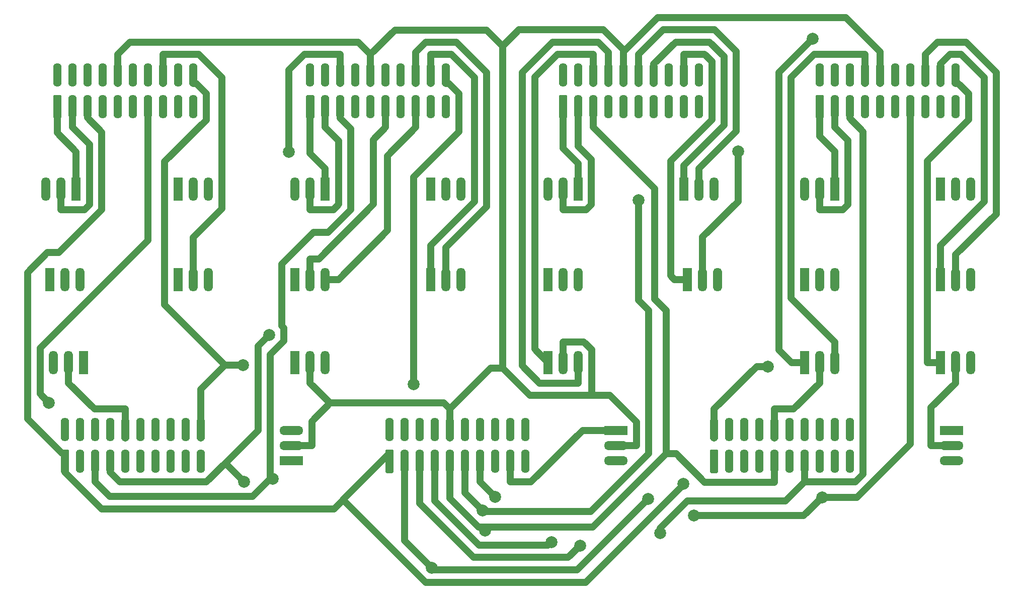
<source format=gbr>
%TF.GenerationSoftware,KiCad,Pcbnew,(5.1.9-0-10_14)*%
%TF.CreationDate,2021-05-08T08:44:35-07:00*%
%TF.ProjectId,io-board-milling,696f2d62-6f61-4726-942d-6d696c6c696e,rev?*%
%TF.SameCoordinates,PX3072580PY791ddc0*%
%TF.FileFunction,Copper,L2,Bot*%
%TF.FilePolarity,Positive*%
%FSLAX46Y46*%
G04 Gerber Fmt 4.6, Leading zero omitted, Abs format (unit mm)*
G04 Created by KiCad (PCBNEW (5.1.9-0-10_14)) date 2021-05-08 08:44:35*
%MOMM*%
%LPD*%
G01*
G04 APERTURE LIST*
%TA.AperFunction,ComponentPad*%
%ADD10O,1.500000X4.000000*%
%TD*%
%TA.AperFunction,ComponentPad*%
%ADD11R,1.500000X4.000000*%
%TD*%
%TA.AperFunction,ComponentPad*%
%ADD12O,4.000000X1.500000*%
%TD*%
%TA.AperFunction,ComponentPad*%
%ADD13R,4.000000X1.500000*%
%TD*%
%TA.AperFunction,ComponentPad*%
%ADD14O,1.400000X4.000000*%
%TD*%
%TA.AperFunction,ViaPad*%
%ADD15C,2.000000*%
%TD*%
%TA.AperFunction,Conductor*%
%ADD16C,1.143000*%
%TD*%
G04 APERTURE END LIST*
D10*
%TO.P,J19,3*%
%TO.N,/CH_C_R_IN*%
X100965000Y43180000D03*
%TO.P,J19,2*%
%TO.N,GND*%
X98425000Y43180000D03*
D11*
%TO.P,J19,1*%
%TO.N,/CH_C_L_IN*%
X95885000Y43180000D03*
%TD*%
D12*
%TO.P,J17,3*%
%TO.N,/BUS_B_R_OUT*%
X163830000Y26670000D03*
%TO.P,J17,2*%
%TO.N,GND*%
X163830000Y29210000D03*
D13*
%TO.P,J17,1*%
%TO.N,/BUS_B_L_OUT*%
X163830000Y31750000D03*
%TD*%
D14*
%TO.P,J18,20*%
%TO.N,/-_15V*%
X146685000Y31880000D03*
%TO.P,J18,18*%
%TO.N,Net-(J18-Pad18)*%
X144145000Y31880000D03*
%TO.P,J18,16*%
%TO.N,Net-(J18-Pad16)*%
X141605000Y31880000D03*
%TO.P,J18,14*%
%TO.N,Net-(J18-Pad14)*%
X139065000Y31880000D03*
%TO.P,J18,12*%
%TO.N,Net-(J18-Pad12)*%
X136525000Y31880000D03*
%TO.P,J18,10*%
%TO.N,GND*%
X133985000Y31880000D03*
%TO.P,J18,8*%
%TO.N,Net-(J18-Pad8)*%
X131445000Y31880000D03*
%TO.P,J18,6*%
%TO.N,Net-(J18-Pad6)*%
X128905000Y31880000D03*
%TO.P,J18,4*%
%TO.N,Net-(J18-Pad4)*%
X126365000Y31880000D03*
%TO.P,J18,2*%
%TO.N,/+_15V*%
X123825000Y31880000D03*
%TO.P,J18,19*%
%TO.N,/BUS_B_R_OUT*%
X146685000Y26540000D03*
%TO.P,J18,17*%
%TO.N,/BUS_B_L_OUT*%
X144145000Y26540000D03*
%TO.P,J18,15*%
%TO.N,/CH_D_R_OUT*%
X141605000Y26540000D03*
%TO.P,J18,13*%
%TO.N,/CH_D_L_OUT*%
X139065000Y26540000D03*
%TO.P,J18,11*%
%TO.N,/CH_C_R_OUT*%
X136525000Y26540000D03*
%TO.P,J18,9*%
%TO.N,/CH_C_L_OUT*%
X133985000Y26540000D03*
%TO.P,J18,7*%
%TO.N,/CH_B_R_OUT*%
X131445000Y26540000D03*
%TO.P,J18,5*%
%TO.N,/CH_B_L_OUT*%
X128905000Y26540000D03*
%TO.P,J18,3*%
%TO.N,/CH_A_R_OUT*%
X126365000Y26540000D03*
%TO.P,J18,1*%
%TO.N,/CH_A_L_OUT*%
%TA.AperFunction,ComponentPad*%
G36*
G01*
X124319200Y24540000D02*
X123330800Y24540000D01*
G75*
G02*
X123125000Y24745800I0J205800D01*
G01*
X123125000Y28334200D01*
G75*
G02*
X123330800Y28540000I205800J0D01*
G01*
X124319200Y28540000D01*
G75*
G02*
X124525000Y28334200I0J-205800D01*
G01*
X124525000Y24745800D01*
G75*
G02*
X124319200Y24540000I-205800J0D01*
G01*
G37*
%TD.AperFunction*%
%TD*%
D10*
%TO.P,J15,3*%
%TO.N,/CH_B_R_LEVEL_TERM_B*%
X58420000Y57150000D03*
%TO.P,J15,2*%
%TO.N,/CH_B_R_LEVEL_WIPER*%
X55880000Y57150000D03*
D11*
%TO.P,J15,1*%
%TO.N,/CH_B_R_LEVEL_TERM_A*%
X53340000Y57150000D03*
%TD*%
D10*
%TO.P,J13,3*%
%TO.N,Net-(J13-Pad3)*%
X81280000Y57150000D03*
%TO.P,J13,2*%
%TO.N,/CH_B_R_GAIN_WIPER*%
X78740000Y57150000D03*
D11*
%TO.P,J13,1*%
%TO.N,/CH_B_R_GAIN_TERM_A*%
X76200000Y57150000D03*
%TD*%
D10*
%TO.P,J14,3*%
%TO.N,/CH_B_LEVEL_TERM_B*%
X53340000Y72390000D03*
%TO.P,J14,2*%
%TO.N,/CH_B_L_LEVEL_WIPER*%
X55880000Y72390000D03*
D11*
%TO.P,J14,1*%
%TO.N,/CH_B_L_LEVEL_TERM_A*%
X58420000Y72390000D03*
%TD*%
D10*
%TO.P,J12,3*%
%TO.N,Net-(J12-Pad3)*%
X81280000Y72390000D03*
%TO.P,J12,2*%
%TO.N,/CH_B_L_GAIN_WIPER*%
X78740000Y72390000D03*
D11*
%TO.P,J12,1*%
%TO.N,/CH_B_L_GAIN_TERM_A*%
X76200000Y72390000D03*
%TD*%
D10*
%TO.P,J11,3*%
%TO.N,/CH_B_R_IN*%
X58420000Y43180000D03*
%TO.P,J11,2*%
%TO.N,GND*%
X55880000Y43180000D03*
D11*
%TO.P,J11,1*%
%TO.N,/CH_B_L_IN*%
X53340000Y43180000D03*
%TD*%
D12*
%TO.P,J9,3*%
%TO.N,/BUS_A_R_OUT*%
X107315000Y26670000D03*
%TO.P,J9,2*%
%TO.N,GND*%
X107315000Y29210000D03*
D13*
%TO.P,J9,1*%
%TO.N,/BUS_A_L_OUT*%
X107315000Y31750000D03*
%TD*%
D14*
%TO.P,J10,20*%
%TO.N,/-_15V*%
X92075000Y31880000D03*
%TO.P,J10,18*%
%TO.N,Net-(J10-Pad18)*%
X89535000Y31880000D03*
%TO.P,J10,16*%
%TO.N,Net-(J10-Pad16)*%
X86995000Y31880000D03*
%TO.P,J10,14*%
%TO.N,Net-(J10-Pad14)*%
X84455000Y31880000D03*
%TO.P,J10,12*%
%TO.N,Net-(J10-Pad12)*%
X81915000Y31880000D03*
%TO.P,J10,10*%
%TO.N,GND*%
X79375000Y31880000D03*
%TO.P,J10,8*%
%TO.N,Net-(J10-Pad8)*%
X76835000Y31880000D03*
%TO.P,J10,6*%
%TO.N,Net-(J10-Pad6)*%
X74295000Y31880000D03*
%TO.P,J10,4*%
%TO.N,Net-(J10-Pad4)*%
X71755000Y31880000D03*
%TO.P,J10,2*%
%TO.N,/+_15V*%
X69215000Y31880000D03*
%TO.P,J10,19*%
%TO.N,/BUS_A_R_OUT*%
X92075000Y26540000D03*
%TO.P,J10,17*%
%TO.N,/BUS_A_L_OUT*%
X89535000Y26540000D03*
%TO.P,J10,15*%
%TO.N,/CH_D_R_OUT*%
X86995000Y26540000D03*
%TO.P,J10,13*%
%TO.N,/CH_D_L_OUT*%
X84455000Y26540000D03*
%TO.P,J10,11*%
%TO.N,/CH_C_R_OUT*%
X81915000Y26540000D03*
%TO.P,J10,9*%
%TO.N,/CH_C_L_OUT*%
X79375000Y26540000D03*
%TO.P,J10,7*%
%TO.N,/CH_B_R_OUT*%
X76835000Y26540000D03*
%TO.P,J10,5*%
%TO.N,/CH_B_L_OUT*%
X74295000Y26540000D03*
%TO.P,J10,3*%
%TO.N,/CH_A_R_OUT*%
X71755000Y26540000D03*
%TO.P,J10,1*%
%TO.N,/CH_A_L_OUT*%
%TA.AperFunction,ComponentPad*%
G36*
G01*
X69709200Y24540000D02*
X68720800Y24540000D01*
G75*
G02*
X68515000Y24745800I0J205800D01*
G01*
X68515000Y28334200D01*
G75*
G02*
X68720800Y28540000I205800J0D01*
G01*
X69709200Y28540000D01*
G75*
G02*
X69915000Y28334200I0J-205800D01*
G01*
X69915000Y24745800D01*
G75*
G02*
X69709200Y24540000I-205800J0D01*
G01*
G37*
%TD.AperFunction*%
%TD*%
D10*
%TO.P,J7,3*%
%TO.N,/CH_A_R_LEVEL_TERM_B*%
X17145000Y57150000D03*
%TO.P,J7,2*%
%TO.N,/CH_A_R_LEVEL_WIPER*%
X14605000Y57150000D03*
D11*
%TO.P,J7,1*%
%TO.N,/CH_A_R_LEVEL_TERM_A*%
X12065000Y57150000D03*
%TD*%
D10*
%TO.P,J6,3*%
%TO.N,/CH_A_LEVEL_TERM_B*%
X11430000Y72390000D03*
%TO.P,J6,2*%
%TO.N,/CH_A_L_LEVEL_WIPER*%
X13970000Y72390000D03*
D11*
%TO.P,J6,1*%
%TO.N,/CH_A_L_LEVEL_TERM_A*%
X16510000Y72390000D03*
%TD*%
D10*
%TO.P,J5,3*%
%TO.N,Net-(J5-Pad3)*%
X38735000Y57150000D03*
%TO.P,J5,2*%
%TO.N,/CH_A_R_GAIN_WIPER*%
X36195000Y57150000D03*
D11*
%TO.P,J5,1*%
%TO.N,/CH_A_R_GAIN_TERM_A*%
X33655000Y57150000D03*
%TD*%
D10*
%TO.P,J4,3*%
%TO.N,Net-(J4-Pad3)*%
X38735000Y72390000D03*
%TO.P,J4,2*%
%TO.N,/CH_A_L_GAIN_WIPER*%
X36195000Y72390000D03*
D11*
%TO.P,J4,1*%
%TO.N,/CH_A_L_GAIN_TERM_A*%
X33655000Y72390000D03*
%TD*%
D10*
%TO.P,J3,3*%
%TO.N,/CH_A_R_IN*%
X12700000Y43180000D03*
%TO.P,J3,2*%
%TO.N,GND*%
X15240000Y43180000D03*
D11*
%TO.P,J3,1*%
%TO.N,/CH_A_L_IN*%
X17780000Y43180000D03*
%TD*%
D14*
%TO.P,J2,20*%
%TO.N,/-_15V*%
X37465000Y31880000D03*
%TO.P,J2,18*%
%TO.N,Net-(J2-Pad18)*%
X34925000Y31880000D03*
%TO.P,J2,16*%
%TO.N,Net-(J2-Pad16)*%
X32385000Y31880000D03*
%TO.P,J2,14*%
%TO.N,Net-(J2-Pad14)*%
X29845000Y31880000D03*
%TO.P,J2,12*%
%TO.N,Net-(J2-Pad12)*%
X27305000Y31880000D03*
%TO.P,J2,10*%
%TO.N,GND*%
X24765000Y31880000D03*
%TO.P,J2,8*%
%TO.N,Net-(J2-Pad8)*%
X22225000Y31880000D03*
%TO.P,J2,6*%
%TO.N,Net-(J2-Pad6)*%
X19685000Y31880000D03*
%TO.P,J2,4*%
%TO.N,Net-(J2-Pad4)*%
X17145000Y31880000D03*
%TO.P,J2,2*%
%TO.N,/+_15V*%
X14605000Y31880000D03*
%TO.P,J2,19*%
%TO.N,/ST_R_OUT*%
X37465000Y26540000D03*
%TO.P,J2,17*%
%TO.N,/ST_L_OUT*%
X34925000Y26540000D03*
%TO.P,J2,15*%
%TO.N,/CH_D_R_OUT*%
X32385000Y26540000D03*
%TO.P,J2,13*%
%TO.N,/CH_D_L_OUT*%
X29845000Y26540000D03*
%TO.P,J2,11*%
%TO.N,/CH_C_R_OUT*%
X27305000Y26540000D03*
%TO.P,J2,9*%
%TO.N,/CH_C_L_OUT*%
X24765000Y26540000D03*
%TO.P,J2,7*%
%TO.N,/CH_B_R_OUT*%
X22225000Y26540000D03*
%TO.P,J2,5*%
%TO.N,/CH_B_L_OUT*%
X19685000Y26540000D03*
%TO.P,J2,3*%
%TO.N,/CH_A_R_OUT*%
X17145000Y26540000D03*
%TO.P,J2,1*%
%TO.N,/CH_A_L_OUT*%
%TA.AperFunction,ComponentPad*%
G36*
G01*
X15099200Y24540000D02*
X14110800Y24540000D01*
G75*
G02*
X13905000Y24745800I0J205800D01*
G01*
X13905000Y28334200D01*
G75*
G02*
X14110800Y28540000I205800J0D01*
G01*
X15099200Y28540000D01*
G75*
G02*
X15305000Y28334200I0J-205800D01*
G01*
X15305000Y24745800D01*
G75*
G02*
X15099200Y24540000I-205800J0D01*
G01*
G37*
%TD.AperFunction*%
%TD*%
%TO.P,J16,20*%
%TO.N,/-_15V*%
X78740000Y91570000D03*
%TO.P,J16,18*%
%TO.N,/CH_B_R_GAIN_TERM_A*%
X76200000Y91570000D03*
%TO.P,J16,16*%
%TO.N,/CH_B_R_GAIN_WIPER*%
X73660000Y91570000D03*
%TO.P,J16,14*%
%TO.N,/CH_B_L_GAIN_TERM_A*%
X71120000Y91570000D03*
%TO.P,J16,12*%
%TO.N,/CH_B_L_GAIN_WIPER*%
X68580000Y91570000D03*
%TO.P,J16,10*%
%TO.N,GND*%
X66040000Y91570000D03*
%TO.P,J16,8*%
%TO.N,/CH_B_R_IN*%
X63500000Y91570000D03*
%TO.P,J16,6*%
%TO.N,/CH_B_L_IN*%
X60960000Y91570000D03*
%TO.P,J16,4*%
%TO.N,Net-(J16-Pad4)*%
X58420000Y91570000D03*
%TO.P,J16,2*%
%TO.N,/+_15V*%
X55880000Y91570000D03*
%TO.P,J16,19*%
%TO.N,Net-(J16-Pad19)*%
X78740000Y86230000D03*
%TO.P,J16,17*%
%TO.N,Net-(J16-Pad17)*%
X76200000Y86230000D03*
%TO.P,J16,15*%
%TO.N,/CH_B_R_LEVEL_TERM_B*%
X73660000Y86230000D03*
%TO.P,J16,13*%
%TO.N,/CH_B_R_OUT*%
X71120000Y86230000D03*
%TO.P,J16,11*%
%TO.N,/CH_B_R_LEVEL_WIPER*%
X68580000Y86230000D03*
%TO.P,J16,9*%
%TO.N,/CH_B_R_LEVEL_TERM_A*%
X66040000Y86230000D03*
%TO.P,J16,7*%
%TO.N,/CH_B_LEVEL_TERM_B*%
X63500000Y86230000D03*
%TO.P,J16,5*%
%TO.N,/CH_B_L_OUT*%
X60960000Y86230000D03*
%TO.P,J16,3*%
%TO.N,/CH_B_L_LEVEL_WIPER*%
X58420000Y86230000D03*
%TO.P,J16,1*%
%TO.N,/CH_B_L_LEVEL_TERM_A*%
%TA.AperFunction,ComponentPad*%
G36*
G01*
X56374200Y84230000D02*
X55385800Y84230000D01*
G75*
G02*
X55180000Y84435800I0J205800D01*
G01*
X55180000Y88024200D01*
G75*
G02*
X55385800Y88230000I205800J0D01*
G01*
X56374200Y88230000D01*
G75*
G02*
X56580000Y88024200I0J-205800D01*
G01*
X56580000Y84435800D01*
G75*
G02*
X56374200Y84230000I-205800J0D01*
G01*
G37*
%TD.AperFunction*%
%TD*%
%TO.P,Jr,20*%
%TO.N,/-_15V*%
X36195000Y91570000D03*
%TO.P,Jr,18*%
%TO.N,/CH_A_R_GAIN_TERM_A*%
X33655000Y91570000D03*
%TO.P,Jr,16*%
%TO.N,/CH_A_R_GAIN_WIPER*%
X31115000Y91570000D03*
%TO.P,Jr,14*%
%TO.N,/CH_A_L_GAIN_TERM_A*%
X28575000Y91570000D03*
%TO.P,Jr,12*%
%TO.N,/CH_A_L_GAIN_WIPER*%
X26035000Y91570000D03*
%TO.P,Jr,10*%
%TO.N,GND*%
X23495000Y91570000D03*
%TO.P,Jr,8*%
%TO.N,/CH_A_R_IN*%
X20955000Y91570000D03*
%TO.P,Jr,6*%
%TO.N,/CH_A_L_IN*%
X18415000Y91570000D03*
%TO.P,Jr,4*%
%TO.N,Net-(J8-Pad4)*%
X15875000Y91570000D03*
%TO.P,Jr,2*%
%TO.N,/+_15V*%
X13335000Y91570000D03*
%TO.P,Jr,19*%
%TO.N,Net-(J8-Pad19)*%
X36195000Y86230000D03*
%TO.P,Jr,17*%
%TO.N,Net-(J8-Pad17)*%
X33655000Y86230000D03*
%TO.P,Jr,15*%
%TO.N,/CH_A_R_LEVEL_TERM_B*%
X31115000Y86230000D03*
%TO.P,Jr,13*%
%TO.N,/CH_A_R_OUT*%
X28575000Y86230000D03*
%TO.P,Jr,11*%
%TO.N,/CH_A_R_LEVEL_WIPER*%
X26035000Y86230000D03*
%TO.P,Jr,9*%
%TO.N,/CH_A_R_LEVEL_TERM_A*%
X23495000Y86230000D03*
%TO.P,Jr,7*%
%TO.N,/CH_A_LEVEL_TERM_B*%
X20955000Y86230000D03*
%TO.P,Jr,5*%
%TO.N,/CH_A_L_OUT*%
X18415000Y86230000D03*
%TO.P,Jr,3*%
%TO.N,/CH_A_L_LEVEL_WIPER*%
X15875000Y86230000D03*
%TO.P,Jr,1*%
%TO.N,/CH_A_L_LEVEL_TERM_A*%
%TA.AperFunction,ComponentPad*%
G36*
G01*
X13829200Y84230000D02*
X12840800Y84230000D01*
G75*
G02*
X12635000Y84435800I0J205800D01*
G01*
X12635000Y88024200D01*
G75*
G02*
X12840800Y88230000I205800J0D01*
G01*
X13829200Y88230000D01*
G75*
G02*
X14035000Y88024200I0J-205800D01*
G01*
X14035000Y84435800D01*
G75*
G02*
X13829200Y84230000I-205800J0D01*
G01*
G37*
%TD.AperFunction*%
%TD*%
D12*
%TO.P,J1,3*%
%TO.N,/ST_R_OUT*%
X52705000Y31750000D03*
%TO.P,J1,2*%
%TO.N,GND*%
X52705000Y29210000D03*
D13*
%TO.P,J1,1*%
%TO.N,/ST_L_OUT*%
X52705000Y26670000D03*
%TD*%
D10*
%TO.P,J20,3*%
%TO.N,Net-(J20-Pad3)*%
X123825000Y72390000D03*
%TO.P,J20,2*%
%TO.N,/CH_C_L_GAIN_WIPER*%
X121285000Y72390000D03*
D11*
%TO.P,J20,1*%
%TO.N,/CH_C_L_GAIN_TERM_A*%
X118745000Y72390000D03*
%TD*%
D10*
%TO.P,J21,3*%
%TO.N,Net-(J21-Pad3)*%
X124460000Y57150000D03*
%TO.P,J21,2*%
%TO.N,/CH_C_R_GAIN_WIPER*%
X121920000Y57150000D03*
D11*
%TO.P,J21,1*%
%TO.N,/CH_C_R_GAIN_TERM_A*%
X119380000Y57150000D03*
%TD*%
D10*
%TO.P,J22,3*%
%TO.N,/CH_C_LEVEL_TERM_B*%
X95885000Y72390000D03*
%TO.P,J22,2*%
%TO.N,/CH_C_L_LEVEL_WIPER*%
X98425000Y72390000D03*
D11*
%TO.P,J22,1*%
%TO.N,/CH_C_L_LEVEL_TERM_A*%
X100965000Y72390000D03*
%TD*%
D10*
%TO.P,J23,3*%
%TO.N,/CH_C_R_LEVEL_TERM_B*%
X100965000Y57150000D03*
%TO.P,J23,2*%
%TO.N,/CH_C_R_LEVEL_WIPER*%
X98425000Y57150000D03*
D11*
%TO.P,J23,1*%
%TO.N,/CH_C_R_LEVEL_TERM_A*%
X95885000Y57150000D03*
%TD*%
D14*
%TO.P,J24,20*%
%TO.N,/-_15V*%
X121285000Y91570000D03*
%TO.P,J24,18*%
%TO.N,/CH_C_R_GAIN_TERM_A*%
X118745000Y91570000D03*
%TO.P,J24,16*%
%TO.N,/CH_C_R_GAIN_WIPER*%
X116205000Y91570000D03*
%TO.P,J24,14*%
%TO.N,/CH_C_L_GAIN_TERM_A*%
X113665000Y91570000D03*
%TO.P,J24,12*%
%TO.N,/CH_C_L_GAIN_WIPER*%
X111125000Y91570000D03*
%TO.P,J24,10*%
%TO.N,GND*%
X108585000Y91570000D03*
%TO.P,J24,8*%
%TO.N,/CH_C_R_IN*%
X106045000Y91570000D03*
%TO.P,J24,6*%
%TO.N,/CH_C_L_IN*%
X103505000Y91570000D03*
%TO.P,J24,4*%
%TO.N,Net-(J24-Pad4)*%
X100965000Y91570000D03*
%TO.P,J24,2*%
%TO.N,/+_15V*%
X98425000Y91570000D03*
%TO.P,J24,19*%
%TO.N,Net-(J24-Pad19)*%
X121285000Y86230000D03*
%TO.P,J24,17*%
%TO.N,Net-(J24-Pad17)*%
X118745000Y86230000D03*
%TO.P,J24,15*%
%TO.N,/CH_C_R_LEVEL_TERM_B*%
X116205000Y86230000D03*
%TO.P,J24,13*%
%TO.N,/CH_C_R_OUT*%
X113665000Y86230000D03*
%TO.P,J24,11*%
%TO.N,/CH_C_R_LEVEL_WIPER*%
X111125000Y86230000D03*
%TO.P,J24,9*%
%TO.N,/CH_C_R_LEVEL_TERM_A*%
X108585000Y86230000D03*
%TO.P,J24,7*%
%TO.N,/CH_C_LEVEL_TERM_B*%
X106045000Y86230000D03*
%TO.P,J24,5*%
%TO.N,/CH_C_L_OUT*%
X103505000Y86230000D03*
%TO.P,J24,3*%
%TO.N,/CH_C_L_LEVEL_WIPER*%
X100965000Y86230000D03*
%TO.P,J24,1*%
%TO.N,/CH_C_L_LEVEL_TERM_A*%
%TA.AperFunction,ComponentPad*%
G36*
G01*
X98919200Y84230000D02*
X97930800Y84230000D01*
G75*
G02*
X97725000Y84435800I0J205800D01*
G01*
X97725000Y88024200D01*
G75*
G02*
X97930800Y88230000I205800J0D01*
G01*
X98919200Y88230000D01*
G75*
G02*
X99125000Y88024200I0J-205800D01*
G01*
X99125000Y84435800D01*
G75*
G02*
X98919200Y84230000I-205800J0D01*
G01*
G37*
%TD.AperFunction*%
%TD*%
D10*
%TO.P,J25,3*%
%TO.N,/CH_D_R_IN*%
X144145000Y43180000D03*
%TO.P,J25,2*%
%TO.N,GND*%
X141605000Y43180000D03*
D11*
%TO.P,J25,1*%
%TO.N,/CH_D_L_IN*%
X139065000Y43180000D03*
%TD*%
D10*
%TO.P,J26,3*%
%TO.N,Net-(J26-Pad3)*%
X167005000Y72390000D03*
%TO.P,J26,2*%
%TO.N,/CH_D_L_GAIN_WIPER*%
X164465000Y72390000D03*
D11*
%TO.P,J26,1*%
%TO.N,/CH_D_L_GAIN_TERM_A*%
X161925000Y72390000D03*
%TD*%
D10*
%TO.P,J27,3*%
%TO.N,Net-(J27-Pad3)*%
X167005000Y57150000D03*
%TO.P,J27,2*%
%TO.N,/CH_D_R_GAIN_WIPER*%
X164465000Y57150000D03*
D11*
%TO.P,J27,1*%
%TO.N,/CH_D_R_GAIN_TERM_A*%
X161925000Y57150000D03*
%TD*%
D10*
%TO.P,J28,3*%
%TO.N,/CH_D_LEVEL_TERM_B*%
X139065000Y72390000D03*
%TO.P,J28,2*%
%TO.N,/CH_D_L_LEVEL_WIPER*%
X141605000Y72390000D03*
D11*
%TO.P,J28,1*%
%TO.N,/CH_D_L_LEVEL_TERM_A*%
X144145000Y72390000D03*
%TD*%
D10*
%TO.P,J29,3*%
%TO.N,/CH_D_R_LEVEL_TERM_B*%
X144145000Y57150000D03*
%TO.P,J29,2*%
%TO.N,/CH_D_R_LEVEL_WIPER*%
X141605000Y57150000D03*
D11*
%TO.P,J29,1*%
%TO.N,/CH_D_R_LEVEL_TERM_A*%
X139065000Y57150000D03*
%TD*%
D14*
%TO.P,J30,20*%
%TO.N,/-_15V*%
X164465000Y91570000D03*
%TO.P,J30,18*%
%TO.N,/CH_D_R_GAIN_TERM_A*%
X161925000Y91570000D03*
%TO.P,J30,16*%
%TO.N,/CH_D_R_GAIN_WIPER*%
X159385000Y91570000D03*
%TO.P,J30,14*%
%TO.N,/CH_D_L_GAIN_TERM_A*%
X156845000Y91570000D03*
%TO.P,J30,12*%
%TO.N,/CH_D_L_GAIN_WIPER*%
X154305000Y91570000D03*
%TO.P,J30,10*%
%TO.N,GND*%
X151765000Y91570000D03*
%TO.P,J30,8*%
%TO.N,/CH_D_R_IN*%
X149225000Y91570000D03*
%TO.P,J30,6*%
%TO.N,/CH_D_L_IN*%
X146685000Y91570000D03*
%TO.P,J30,4*%
%TO.N,Net-(J30-Pad4)*%
X144145000Y91570000D03*
%TO.P,J30,2*%
%TO.N,/+_15V*%
X141605000Y91570000D03*
%TO.P,J30,19*%
%TO.N,Net-(J30-Pad19)*%
X164465000Y86230000D03*
%TO.P,J30,17*%
%TO.N,Net-(J30-Pad17)*%
X161925000Y86230000D03*
%TO.P,J30,15*%
%TO.N,/CH_D_R_LEVEL_TERM_B*%
X159385000Y86230000D03*
%TO.P,J30,13*%
%TO.N,/CH_D_R_OUT*%
X156845000Y86230000D03*
%TO.P,J30,11*%
%TO.N,/CH_D_R_LEVEL_WIPER*%
X154305000Y86230000D03*
%TO.P,J30,9*%
%TO.N,/CH_D_R_LEVEL_TERM_A*%
X151765000Y86230000D03*
%TO.P,J30,7*%
%TO.N,/CH_D_LEVEL_TERM_B*%
X149225000Y86230000D03*
%TO.P,J30,5*%
%TO.N,/CH_D_L_OUT*%
X146685000Y86230000D03*
%TO.P,J30,3*%
%TO.N,/CH_D_L_LEVEL_WIPER*%
X144145000Y86230000D03*
%TO.P,J30,1*%
%TO.N,/CH_D_L_LEVEL_TERM_A*%
%TA.AperFunction,ComponentPad*%
G36*
G01*
X142099200Y84230000D02*
X141110800Y84230000D01*
G75*
G02*
X140905000Y84435800I0J205800D01*
G01*
X140905000Y88024200D01*
G75*
G02*
X141110800Y88230000I205800J0D01*
G01*
X142099200Y88230000D01*
G75*
G02*
X142305000Y88024200I0J-205800D01*
G01*
X142305000Y84435800D01*
G75*
G02*
X142099200Y84230000I-205800J0D01*
G01*
G37*
%TD.AperFunction*%
%TD*%
D10*
%TO.P,J31,3*%
%TO.N,/+_15V*%
X167005000Y43180000D03*
%TO.P,J31,2*%
%TO.N,GND*%
X164465000Y43180000D03*
D11*
%TO.P,J31,1*%
%TO.N,/-_15V*%
X161925000Y43180000D03*
%TD*%
D15*
%TO.N,/CH_A_L_OUT*%
X118663200Y22778200D03*
%TO.N,/CH_B_L_OUT*%
X49574700Y23620000D03*
X101296800Y12374200D03*
%TO.N,/CH_C_L_OUT*%
X85312100Y14895300D03*
%TO.N,/CH_D_L_OUT*%
X114810300Y14435900D03*
X86980200Y20543200D03*
%TO.N,/-_15V*%
X44553700Y42772800D03*
X73297300Y39503300D03*
%TO.N,/CH_A_R_OUT*%
X11911200Y36413000D03*
X112745800Y20201600D03*
X76309600Y8640000D03*
%TO.N,/CH_B_R_OUT*%
X48977200Y47837100D03*
X44765000Y23082700D03*
X96443300Y12936900D03*
%TO.N,/CH_C_R_OUT*%
X84895900Y18239000D03*
X111172500Y70536200D03*
%TO.N,/CH_D_R_OUT*%
X120428300Y17385200D03*
X142032200Y20481100D03*
%TO.N,/+_15V*%
X132912900Y42514200D03*
%TO.N,/CH_B_L_IN*%
X52316100Y78607100D03*
%TO.N,/CH_C_R_GAIN_WIPER*%
X127880100Y78705400D03*
%TO.N,/CH_D_L_IN*%
X140445900Y97671500D03*
%TD*%
D16*
%TO.N,GND*%
X52705000Y29210000D02*
X56176600Y29210000D01*
X59239200Y36349200D02*
X55880000Y39708400D01*
X79375000Y35351500D02*
X78377300Y36349200D01*
X78377300Y36349200D02*
X59239200Y36349200D01*
X56176600Y29210000D02*
X56176600Y33286600D01*
X56176600Y33286600D02*
X59239200Y36349200D01*
X55880000Y43180000D02*
X55880000Y39708400D01*
X79375000Y35351500D02*
X86241200Y42217700D01*
X86241200Y42217700D02*
X88238100Y42217700D01*
X79375000Y34840800D02*
X79375000Y35351500D01*
X66040000Y95041600D02*
X63986100Y97095500D01*
X63986100Y97095500D02*
X25548900Y97095500D01*
X25548900Y97095500D02*
X23495000Y95041600D01*
X79375000Y30480000D02*
X79375000Y34840800D01*
X103248700Y37629000D02*
X92826800Y37629000D01*
X92826800Y37629000D02*
X88238100Y42217700D01*
X88238100Y42217700D02*
X88238100Y96411100D01*
X141605000Y43180000D02*
X141605000Y39708400D01*
X133985000Y30480000D02*
X133985000Y35351600D01*
X133985000Y35351600D02*
X137248200Y35351600D01*
X137248200Y35351600D02*
X141605000Y39708400D01*
X15240000Y43180000D02*
X15240000Y39708400D01*
X24765000Y30480000D02*
X24765000Y35351600D01*
X24765000Y35351600D02*
X19596800Y35351600D01*
X19596800Y35351600D02*
X15240000Y39708400D01*
X23495000Y90170000D02*
X23495000Y95041600D01*
X88238100Y96411100D02*
X85521400Y99127800D01*
X85521400Y99127800D02*
X70126200Y99127800D01*
X70126200Y99127800D02*
X66040000Y95041600D01*
X108749800Y95612100D02*
X105195300Y99166600D01*
X105195300Y99166600D02*
X90993600Y99166600D01*
X90993600Y99166600D02*
X88238100Y96411100D01*
X151765000Y90170000D02*
X151765000Y95442300D01*
X151765000Y95442300D02*
X145998700Y101208600D01*
X145998700Y101208600D02*
X114346300Y101208600D01*
X114346300Y101208600D02*
X108749800Y95612100D01*
X103248700Y37629000D02*
X103248700Y45333600D01*
X103248700Y45333600D02*
X101930700Y46651600D01*
X101930700Y46651600D02*
X98425000Y46651600D01*
X110786600Y29210000D02*
X110786600Y33159900D01*
X110786600Y33159900D02*
X106317500Y37629000D01*
X106317500Y37629000D02*
X103248700Y37629000D01*
X98425000Y43180000D02*
X98425000Y46651600D01*
X107315000Y29210000D02*
X110786600Y29210000D01*
X163830000Y29210000D02*
X160358400Y29210000D01*
X164465000Y43180000D02*
X164465000Y39708400D01*
X164465000Y39708400D02*
X160358400Y35601800D01*
X160358400Y35601800D02*
X160358400Y29210000D01*
X108749800Y95612100D02*
X108585000Y95447300D01*
X108585000Y95447300D02*
X108585000Y90170000D01*
X66040000Y90170000D02*
X66040000Y95041600D01*
%TO.N,/CH_A_L_OUT*%
X18415000Y87630000D02*
X18415000Y84352000D01*
X18415000Y84352000D02*
X20796100Y81970900D01*
X20796100Y81970900D02*
X20796100Y68876200D01*
X20796100Y68876200D02*
X13575900Y61656000D01*
X13575900Y61656000D02*
X11682400Y61656000D01*
X11682400Y61656000D02*
X8365100Y58338700D01*
X8365100Y58338700D02*
X8365100Y33654700D01*
X8365100Y33654700D02*
X14079800Y27940000D01*
X14079800Y27940000D02*
X14605000Y27940000D01*
X61405900Y20048400D02*
X75285900Y6168400D01*
X75285900Y6168400D02*
X102263200Y6168400D01*
X102263200Y6168400D02*
X118663200Y22568400D01*
X118663200Y22568400D02*
X118663200Y22778200D01*
X14605000Y27940000D02*
X14605000Y24676200D01*
X14605000Y24676200D02*
X20759600Y18521600D01*
X20759600Y18521600D02*
X59879100Y18521600D01*
X59879100Y18521600D02*
X61405900Y20048400D01*
X69215000Y27940000D02*
X61405900Y20130900D01*
X61405900Y20130900D02*
X61405900Y20048400D01*
%TO.N,/CH_B_L_OUT*%
X49181300Y23620000D02*
X49181300Y44545800D01*
X49181300Y44545800D02*
X51469300Y46833800D01*
X51469300Y46833800D02*
X51469300Y48989400D01*
X51469300Y48989400D02*
X51109900Y49348800D01*
X51109900Y49348800D02*
X51109900Y59781100D01*
X51109900Y59781100D02*
X56450300Y65121500D01*
X56450300Y65121500D02*
X58935000Y65121500D01*
X58935000Y65121500D02*
X62717100Y68903600D01*
X62717100Y68903600D02*
X62717100Y82518500D01*
X62717100Y82518500D02*
X60960000Y84275600D01*
X60960000Y84275600D02*
X60960000Y87630000D01*
X49181300Y23620000D02*
X46172400Y20611100D01*
X46172400Y20611100D02*
X22142300Y20611100D01*
X22142300Y20611100D02*
X19685000Y23068400D01*
X49181300Y23620000D02*
X49574700Y23620000D01*
X19685000Y27940000D02*
X19685000Y23068400D01*
X74295000Y27940000D02*
X74295000Y19476800D01*
X74295000Y19476800D02*
X83398700Y10373100D01*
X83398700Y10373100D02*
X99295700Y10373100D01*
X99295700Y10373100D02*
X101296800Y12374200D01*
%TO.N,/CH_C_L_OUT*%
X79375000Y27940000D02*
X79375000Y20264600D01*
X79375000Y20264600D02*
X84180100Y15459500D01*
X84180100Y15459500D02*
X85312100Y15459500D01*
X115757700Y27816800D02*
X103400400Y15459500D01*
X103400400Y15459500D02*
X85312100Y15459500D01*
X85312100Y15459500D02*
X85312100Y14895300D01*
X133985000Y23068400D02*
X133953200Y23036600D01*
X133953200Y23036600D02*
X122244400Y23036600D01*
X122244400Y23036600D02*
X117464200Y27816800D01*
X117464200Y27816800D02*
X115757700Y27816800D01*
X133985000Y27940000D02*
X133985000Y23068400D01*
X103505000Y82758400D02*
X113825100Y72438300D01*
X113825100Y72438300D02*
X113825100Y53853600D01*
X113825100Y53853600D02*
X115757700Y51921000D01*
X115757700Y51921000D02*
X115757700Y27816800D01*
X103505000Y87630000D02*
X103505000Y82758400D01*
%TO.N,/CH_D_L_OUT*%
X139065000Y23068400D02*
X135857200Y19860600D01*
X135857200Y19860600D02*
X119371000Y19860600D01*
X119371000Y19860600D02*
X114810300Y15299900D01*
X114810300Y15299900D02*
X114810300Y14435900D01*
X146685000Y87630000D02*
X146685000Y84264900D01*
X146685000Y84264900D02*
X148919400Y82030500D01*
X148919400Y82030500D02*
X148919400Y24381200D01*
X148919400Y24381200D02*
X147606600Y23068400D01*
X147606600Y23068400D02*
X139065000Y23068400D01*
X86980200Y20543200D02*
X84455000Y23068400D01*
X84455000Y27940000D02*
X84455000Y23068400D01*
X139065000Y27940000D02*
X139065000Y23068400D01*
%TO.N,/-_15V*%
X41549100Y42772800D02*
X31417200Y52904700D01*
X31417200Y52904700D02*
X31417200Y77040300D01*
X31417200Y77040300D02*
X38374900Y83998000D01*
X38374900Y83998000D02*
X38374900Y88479300D01*
X38374900Y88479300D02*
X36684200Y90170000D01*
X36684200Y90170000D02*
X36195000Y90170000D01*
X44553700Y42772800D02*
X41549100Y42772800D01*
X37465000Y35351600D02*
X37465000Y38688700D01*
X37465000Y38688700D02*
X41549100Y42772800D01*
X78740000Y90170000D02*
X79234300Y90170000D01*
X79234300Y90170000D02*
X80918700Y88485600D01*
X80918700Y88485600D02*
X80918700Y81997900D01*
X80918700Y81997900D02*
X73297400Y74376600D01*
X73297400Y74376600D02*
X73297400Y39503300D01*
X73297400Y39503300D02*
X73297300Y39503300D01*
X37465000Y30480000D02*
X37465000Y35351600D01*
X161925000Y43180000D02*
X159703400Y43180000D01*
X164465000Y90170000D02*
X164919400Y90170000D01*
X164919400Y90170000D02*
X166661400Y88428000D01*
X166661400Y88428000D02*
X166661400Y84046100D01*
X166661400Y84046100D02*
X159703400Y77088100D01*
X159703400Y77088100D02*
X159703400Y43180000D01*
%TO.N,/CH_A_R_OUT*%
X28575000Y87630000D02*
X28575000Y63726700D01*
X28575000Y63726700D02*
X10459400Y45611100D01*
X10459400Y45611100D02*
X10459400Y37864800D01*
X10459400Y37864800D02*
X11911200Y36413000D01*
X76309600Y8640000D02*
X76681200Y8268400D01*
X76681200Y8268400D02*
X100812600Y8268400D01*
X100812600Y8268400D02*
X112745800Y20201600D01*
X71755000Y27940000D02*
X71755000Y13194600D01*
X71755000Y13194600D02*
X76309600Y8640000D01*
%TO.N,/CH_B_R_OUT*%
X41606700Y26241100D02*
X38415200Y23049600D01*
X38415200Y23049600D02*
X23865100Y23049600D01*
X23865100Y23049600D02*
X22225000Y24689700D01*
X22225000Y24689700D02*
X22225000Y27940000D01*
X44765000Y23082700D02*
X41606700Y26241100D01*
X48977200Y47837100D02*
X47103000Y45962900D01*
X47103000Y45962900D02*
X47103000Y31737400D01*
X47103000Y31737400D02*
X41606700Y26241100D01*
X76835000Y27940000D02*
X76835000Y19875700D01*
X76835000Y19875700D02*
X84294400Y12416300D01*
X84294400Y12416300D02*
X95922700Y12416300D01*
X95922700Y12416300D02*
X96443300Y12936900D01*
%TO.N,/CH_C_R_OUT*%
X111172500Y70536200D02*
X111172500Y53616900D01*
X111172500Y53616900D02*
X112846000Y51943400D01*
X112846000Y51943400D02*
X112846000Y27806900D01*
X112846000Y27806900D02*
X103110700Y18071600D01*
X103110700Y18071600D02*
X85063300Y18071600D01*
X85063300Y18071600D02*
X84895900Y18239000D01*
X81915000Y27940000D02*
X81915000Y21219900D01*
X81915000Y21219900D02*
X84895900Y18239000D01*
%TO.N,/CH_D_R_OUT*%
X142032200Y20481100D02*
X138936300Y17385200D01*
X138936300Y17385200D02*
X120428300Y17385200D01*
X156845000Y87630000D02*
X156845000Y29415800D01*
X156845000Y29415800D02*
X147910300Y20481100D01*
X147910300Y20481100D02*
X142032200Y20481100D01*
%TO.N,/+_15V*%
X123825000Y30480000D02*
X123825000Y35351600D01*
X132912900Y42514200D02*
X130987600Y42514200D01*
X130987600Y42514200D02*
X123825000Y35351600D01*
%TO.N,/CH_A_R_GAIN_WIPER*%
X31115000Y90170000D02*
X31115000Y95041600D01*
X31115000Y95041600D02*
X37133100Y95041600D01*
X37133100Y95041600D02*
X41014200Y91160500D01*
X41014200Y91160500D02*
X41014200Y69024900D01*
X41014200Y69024900D02*
X36195000Y64205700D01*
X36195000Y64205700D02*
X36195000Y57150000D01*
%TO.N,/CH_A_L_LEVEL_TERM_A*%
X13335000Y87630000D02*
X13335000Y81843900D01*
X13335000Y81843900D02*
X16510000Y78668900D01*
X16510000Y78668900D02*
X16510000Y72390000D01*
%TO.N,/CH_A_L_LEVEL_WIPER*%
X13970000Y72390000D02*
X13970000Y68918400D01*
X15875000Y87630000D02*
X15875000Y82758400D01*
X15875000Y82758400D02*
X18731700Y79901700D01*
X18731700Y79901700D02*
X18731700Y69773700D01*
X18731700Y69773700D02*
X17876400Y68918400D01*
X17876400Y68918400D02*
X13970000Y68918400D01*
%TO.N,/BUS_A_L_OUT*%
X89535000Y27940000D02*
X89535000Y23068400D01*
X89535000Y23068400D02*
X93013700Y23068400D01*
X93013700Y23068400D02*
X101695300Y31750000D01*
X101695300Y31750000D02*
X107315000Y31750000D01*
%TO.N,/CH_B_L_IN*%
X60960000Y90170000D02*
X60960000Y95041600D01*
X60960000Y95041600D02*
X54914500Y95041600D01*
X54914500Y95041600D02*
X52316100Y92443200D01*
X52316100Y92443200D02*
X52316100Y78607100D01*
%TO.N,/CH_B_R_GAIN_TERM_A*%
X76200000Y57150000D02*
X76200000Y62918100D01*
X76200000Y62918100D02*
X83501600Y70219700D01*
X83501600Y70219700D02*
X83501600Y91187700D01*
X83501600Y91187700D02*
X79647700Y95041600D01*
X79647700Y95041600D02*
X76200000Y95041600D01*
X76200000Y90170000D02*
X76200000Y95041600D01*
%TO.N,/CH_B_R_GAIN_WIPER*%
X78740000Y57150000D02*
X78740000Y62568800D01*
X78740000Y62568800D02*
X85544700Y69373500D01*
X85544700Y69373500D02*
X85544700Y92033900D01*
X85544700Y92033900D02*
X80493900Y97084700D01*
X80493900Y97084700D02*
X75353800Y97084700D01*
X75353800Y97084700D02*
X73660000Y95390900D01*
X73660000Y95390900D02*
X73660000Y95041600D01*
X73660000Y90170000D02*
X73660000Y95041600D01*
%TO.N,/CH_B_L_LEVEL_WIPER*%
X58420000Y82758400D02*
X60670200Y80508200D01*
X60670200Y80508200D02*
X60670200Y69795300D01*
X60670200Y69795300D02*
X59793300Y68918400D01*
X59793300Y68918400D02*
X55880000Y68918400D01*
X55880000Y72390000D02*
X55880000Y68918400D01*
X58420000Y87630000D02*
X58420000Y82758400D01*
%TO.N,/CH_B_L_LEVEL_TERM_A*%
X58420000Y72390000D02*
X58420000Y75861600D01*
X55880000Y87630000D02*
X55880000Y78401600D01*
X55880000Y78401600D02*
X58420000Y75861600D01*
%TO.N,/CH_B_R_LEVEL_WIPER*%
X55880000Y57150000D02*
X55880000Y60621600D01*
X68580000Y87630000D02*
X68580000Y82758400D01*
X68580000Y82758400D02*
X66519100Y80697500D01*
X66519100Y80697500D02*
X66519100Y69785800D01*
X66519100Y69785800D02*
X57354900Y60621600D01*
X57354900Y60621600D02*
X55880000Y60621600D01*
%TO.N,/CH_B_R_LEVEL_TERM_B*%
X60641600Y57150000D02*
X68876100Y65384500D01*
X68876100Y65384500D02*
X68876100Y77974500D01*
X68876100Y77974500D02*
X73660000Y82758400D01*
X58420000Y57150000D02*
X60641600Y57150000D01*
X73660000Y87630000D02*
X73660000Y82758400D01*
%TO.N,/CH_C_R_IN*%
X100965000Y39708400D02*
X94492300Y39708400D01*
X94492300Y39708400D02*
X91562000Y42638700D01*
X91562000Y42638700D02*
X91562000Y92024800D01*
X91562000Y92024800D02*
X96629900Y97092700D01*
X96629900Y97092700D02*
X104379700Y97092700D01*
X104379700Y97092700D02*
X106045000Y95427400D01*
X106045000Y95427400D02*
X106045000Y90170000D01*
X100965000Y43180000D02*
X100965000Y39708400D01*
%TO.N,/CH_C_L_IN*%
X95885000Y43180000D02*
X93663300Y45401700D01*
X93663300Y45401700D02*
X93663300Y91225300D01*
X93663300Y91225300D02*
X97479600Y95041600D01*
X97479600Y95041600D02*
X103505000Y95041600D01*
X103505000Y90170000D02*
X103505000Y95041600D01*
%TO.N,/CH_C_L_GAIN_TERM_A*%
X113665000Y90170000D02*
X113665000Y93420300D01*
X113665000Y93420300D02*
X117367000Y97122300D01*
X117367000Y97122300D02*
X123096000Y97122300D01*
X123096000Y97122300D02*
X125513100Y94705200D01*
X125513100Y94705200D02*
X125513100Y83121900D01*
X125513100Y83121900D02*
X118745000Y76353800D01*
X118745000Y76353800D02*
X118745000Y72390000D01*
%TO.N,/CH_C_L_GAIN_WIPER*%
X121285000Y75861600D02*
X127556300Y82132900D01*
X127556300Y82132900D02*
X127556300Y95551500D01*
X127556300Y95551500D02*
X123942300Y99165500D01*
X123942300Y99165500D02*
X115248900Y99165500D01*
X115248900Y99165500D02*
X111125000Y95041600D01*
X121285000Y72390000D02*
X121285000Y75861600D01*
X111125000Y90170000D02*
X111125000Y95041600D01*
%TO.N,/CH_C_R_GAIN_TERM_A*%
X118745000Y95041600D02*
X122254300Y95041600D01*
X122254300Y95041600D02*
X123458600Y93837300D01*
X123458600Y93837300D02*
X123458600Y84025300D01*
X123458600Y84025300D02*
X116523300Y77090000D01*
X116523300Y77090000D02*
X116523300Y57785100D01*
X116523300Y57785100D02*
X117158400Y57150000D01*
X119380000Y57150000D02*
X117158400Y57150000D01*
X118745000Y90170000D02*
X118745000Y95041600D01*
%TO.N,/CH_C_R_GAIN_WIPER*%
X121920000Y57150000D02*
X121920000Y64285000D01*
X121920000Y64285000D02*
X127880100Y70245100D01*
X127880100Y70245100D02*
X127880100Y78705400D01*
%TO.N,/CH_C_L_LEVEL_WIPER*%
X100965000Y82758400D02*
X100965000Y79583200D01*
X100965000Y79583200D02*
X103186700Y77361500D01*
X103186700Y77361500D02*
X103186700Y69744700D01*
X103186700Y69744700D02*
X102360400Y68918400D01*
X102360400Y68918400D02*
X98425000Y68918400D01*
X98425000Y72390000D02*
X98425000Y68918400D01*
X100965000Y87630000D02*
X100965000Y82758400D01*
%TO.N,/CH_C_L_LEVEL_TERM_A*%
X98425000Y87630000D02*
X98425000Y79233900D01*
X98425000Y79233900D02*
X100965000Y76693900D01*
X100965000Y76693900D02*
X100965000Y72390000D01*
%TO.N,/CH_D_L_IN*%
X136843400Y43180000D02*
X134749300Y45274100D01*
X134749300Y45274100D02*
X134749300Y91974900D01*
X134749300Y91974900D02*
X140445900Y97671500D01*
X139065000Y43180000D02*
X136843400Y43180000D01*
%TO.N,/CH_D_R_IN*%
X149225000Y90170000D02*
X149225000Y95041600D01*
X144145000Y43180000D02*
X144145000Y46651600D01*
X144145000Y46651600D02*
X136792500Y54004100D01*
X136792500Y54004100D02*
X136792500Y91128700D01*
X136792500Y91128700D02*
X140705400Y95041600D01*
X140705400Y95041600D02*
X149225000Y95041600D01*
%TO.N,/CH_D_R_GAIN_TERM_A*%
X161925000Y90170000D02*
X161925000Y93441000D01*
X161925000Y93441000D02*
X163525600Y95041600D01*
X163525600Y95041600D02*
X165372800Y95041600D01*
X165372800Y95041600D02*
X169273000Y91141400D01*
X169273000Y91141400D02*
X169273000Y70265500D01*
X169273000Y70265500D02*
X161925000Y62917500D01*
X161925000Y62917500D02*
X161925000Y57150000D01*
%TO.N,/CH_D_R_GAIN_WIPER*%
X164465000Y57150000D02*
X164465000Y61316400D01*
X164465000Y61316400D02*
X171316100Y68167500D01*
X171316100Y68167500D02*
X171316100Y91987600D01*
X171316100Y91987600D02*
X166219000Y97084700D01*
X166219000Y97084700D02*
X161428100Y97084700D01*
X161428100Y97084700D02*
X159385000Y95041600D01*
X159385000Y90170000D02*
X159385000Y95041600D01*
%TO.N,/CH_D_L_LEVEL_WIPER*%
X141605000Y72390000D02*
X141605000Y68918400D01*
X144145000Y87630000D02*
X144145000Y82758400D01*
X144145000Y82758400D02*
X146366700Y80536700D01*
X146366700Y80536700D02*
X146366700Y69773700D01*
X146366700Y69773700D02*
X145511400Y68918400D01*
X145511400Y68918400D02*
X141605000Y68918400D01*
%TO.N,/CH_D_L_LEVEL_TERM_A*%
X141605000Y87630000D02*
X141605000Y81288300D01*
X141605000Y81288300D02*
X144145000Y78748300D01*
X144145000Y78748300D02*
X144145000Y72390000D01*
%TD*%
M02*

</source>
